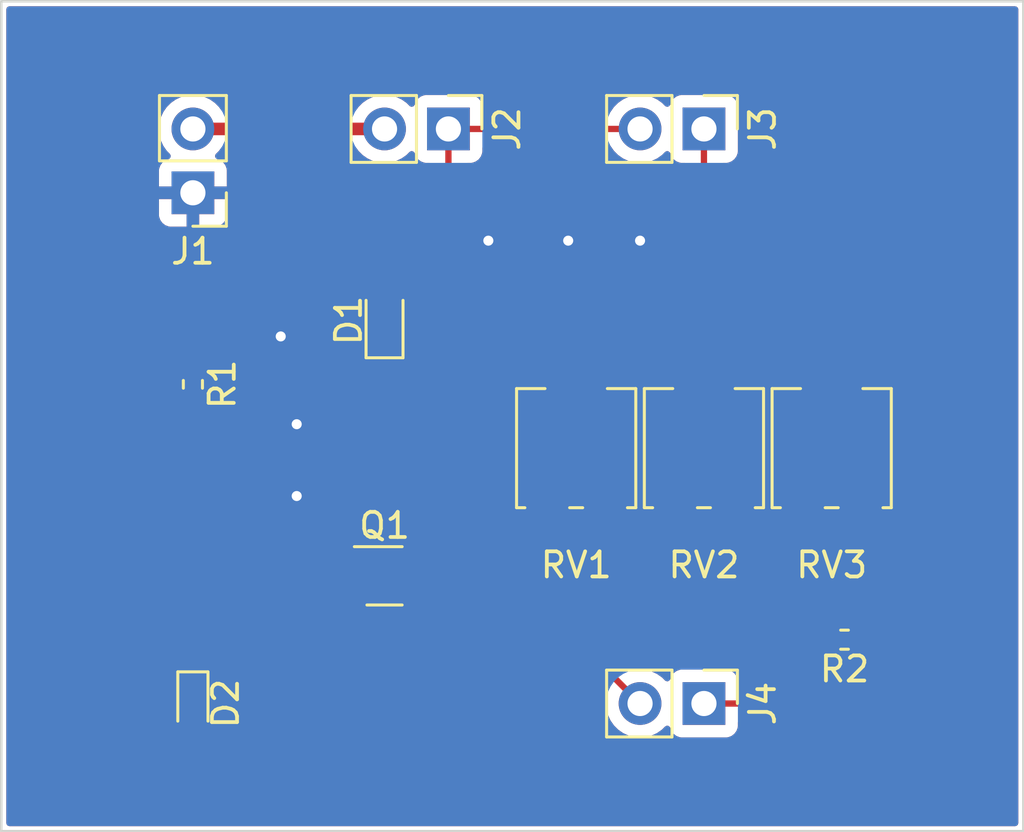
<source format=kicad_pcb>
(kicad_pcb (version 20221018) (generator pcbnew)
  (layers (0 "F.Cu" signal) (31 "B.Cu" signal) (34 "B.Paste" user) (35 "F.Paste" user) (36 "B.SilkS" user "B.Silkscreen") (37 "F.SilkS" user "F.Silkscreen") (38 "B.Mask" user) (39 "F.Mask" user) (44 "Edge.Cuts" user))
  (net 0 "")
  (net 1 "Net-(D1-K)")
  (net 2 "Net-(D1-A)")
  (net 3 "Net-(D2-K)")
  (net 4 "GND")
  (net 5 "VBUS")
  (net 6 "Net-(J2-Pin_1)")
  (net 7 "Net-(J4-Pin_1)")
  (net 8 "Net-(J4-Pin_2)")
  (net 9 "Net-(RV1-Pad2)")
  (net 11 "Net-(RV2-Pad2)")
  (footprint "Potentiometer_SMD:Potentiometer_Bourns_3314G_Vertical" (layer "F.Cu") (at 53.34 43.18 180)
    (fp_text reference "RV2" (at 0 -4.65) (layer "F.SilkS"))
    (fp_text value "2K")
    (fp_line (start -2.37 -2.37) (end -2.37 2.37) (stroke (width 0.12)) (layer "F.SilkS"))
    (fp_line (start -2.37 -2.37) (end -2.039 -2.37) (stroke (width 0.12)) (layer "F.SilkS"))
    (fp_line (start -2.37 2.37) (end -1.24 2.37) (stroke (width 0.12)) (layer "F.SilkS"))
    (fp_line (start -0.259 -2.37) (end 0.26 -2.37) (stroke (width 0.12)) (layer "F.SilkS"))
    (fp_line (start 1.24 2.37) (end 2.37 2.37) (stroke (width 0.12)) (layer "F.SilkS"))
    (fp_line (start 2.04 -2.37) (end 2.37 -2.37) (stroke (width 0.12)) (layer "F.SilkS"))
    (fp_line (start 2.37 -2.37) (end 2.37 2.37) (stroke (width 0.12)) (layer "F.SilkS"))
    (pad "1" smd rect (at 1.15 -2.75 180) (size 1.3 1.3) (layers "F.Cu" "F.Paste" "F.Mask") (net 9 "Net-(RV1-Pad2)"))
    (pad "2" smd rect (at 0 2.75 180) (size 2 1.3) (layers "F.Cu" "F.Paste" "F.Mask") (net 11 "Net-(RV2-Pad2)"))
    (pad "3" smd rect (at -1.15 -2.75 180) (size 1.3 1.3) (layers "F.Cu" "F.Paste" "F.Mask"))
  )
  (footprint "Resistor_SMD:R_0402_1005Metric" (layer "F.Cu") (at 58.93 50.8 180)
    (fp_text reference "R2" (at 0 -1.17) (layer "F.SilkS"))
    (fp_text value "100R")
    (fp_line (start -0.153641 -0.38) (end 0.153641 -0.38) (stroke (width 0.12)) (layer "F.SilkS"))
    (fp_line (start -0.153641 0.38) (end 0.153641 0.38) (stroke (width 0.12)) (layer "F.SilkS"))
    (pad "1" smd roundrect (at -0.51 0 180) (size 0.54 0.64) (layers "F.Cu" "F.Paste" "F.Mask") (net 7 "Net-(J4-Pin_1)"))
    (pad "2" smd roundrect (at 0.51 0 180) (size 0.54 0.64) (layers "F.Cu" "F.Paste" "F.Mask") (net 4 "GND"))
  )
  (footprint "Resistor_SMD:R_0402_1005Metric" (layer "F.Cu") (at 33.02 40.64 -90)
    (fp_text reference "R1" (at 0 -1.17 90) (layer "F.SilkS"))
    (fp_text value "1K")
    (fp_line (start -0.153641 -0.38) (end 0.153641 -0.38) (stroke (width 0.12)) (layer "F.SilkS"))
    (fp_line (start -0.153641 0.38) (end 0.153641 0.38) (stroke (width 0.12)) (layer "F.SilkS"))
    (pad "1" smd roundrect (at -0.51 0 270) (size 0.54 0.64) (layers "F.Cu" "F.Paste" "F.Mask") (net 6 "Net-(J2-Pin_1)"))
    (pad "2" smd roundrect (at 0.51 0 270) (size 0.54 0.64) (layers "F.Cu" "F.Paste" "F.Mask") (net 3 "Net-(D2-K)"))
  )
  (footprint "LED_SMD:LED_0603_1608Metric" (layer "F.Cu") (at 40.64 38.1 90)
    (fp_text reference "D1" (at 0 -1.43 90) (layer "F.SilkS"))
    (fp_text value "19-213/Y2C-CQ2R2L/3T(CY)")
    (fp_line (start -1.485 -0.735) (end -1.485 0.735) (stroke (width 0.12)) (layer "F.SilkS"))
    (fp_line (start -1.485 0.735) (end 0.8 0.735) (stroke (width 0.12)) (layer "F.SilkS"))
    (fp_line (start 0.8 -0.735) (end -1.485 -0.735) (stroke (width 0.12)) (layer "F.SilkS"))
    (pad "1" smd roundrect (at -0.7875 0 90) (size 0.875 0.95) (layers "F.Cu" "F.Paste" "F.Mask") (net 1 "Net-(D1-K)"))
    (pad "2" smd roundrect (at 0.7875 0 90) (size 0.875 0.95) (layers "F.Cu" "F.Paste" "F.Mask") (net 2 "Net-(D1-A)"))
  )
  (footprint "Potentiometer_SMD:Potentiometer_Bourns_3314G_Vertical" (layer "F.Cu") (at 48.26 43.18 180)
    (fp_text reference "RV1" (at 0 -4.65) (layer "F.SilkS"))
    (fp_text value "20K")
    (fp_line (start -2.37 -2.37) (end -2.37 2.37) (stroke (width 0.12)) (layer "F.SilkS"))
    (fp_line (start -2.37 -2.37) (end -2.039 -2.37) (stroke (width 0.12)) (layer "F.SilkS"))
    (fp_line (start -2.37 2.37) (end -1.24 2.37) (stroke (width 0.12)) (layer "F.SilkS"))
    (fp_line (start -0.259 -2.37) (end 0.26 -2.37) (stroke (width 0.12)) (layer "F.SilkS"))
    (fp_line (start 1.24 2.37) (end 2.37 2.37) (stroke (width 0.12)) (layer "F.SilkS"))
    (fp_line (start 2.04 -2.37) (end 2.37 -2.37) (stroke (width 0.12)) (layer "F.SilkS"))
    (fp_line (start 2.37 -2.37) (end 2.37 2.37) (stroke (width 0.12)) (layer "F.SilkS"))
    (pad "1" smd rect (at 1.15 -2.75 180) (size 1.3 1.3) (layers "F.Cu" "F.Paste" "F.Mask") (net 8 "Net-(J4-Pin_2)"))
    (pad "2" smd rect (at 0 2.75 180) (size 2 1.3) (layers "F.Cu" "F.Paste" "F.Mask") (net 9 "Net-(RV1-Pad2)"))
    (pad "3" smd rect (at -1.15 -2.75 180) (size 1.3 1.3) (layers "F.Cu" "F.Paste" "F.Mask"))
  )
  (footprint "Diode_SMD:D_SOD-523" (layer "F.Cu") (at 33.02 53.34 -90)
    (fp_text reference "D2" (at 0 -1.3 90) (layer "F.SilkS"))
    (fp_text value "CMOZ1L8")
    (fp_line (start -1.26 -0.6) (end -1.26 0.6) (stroke (width 0.12)) (layer "F.SilkS"))
    (fp_line (start 0.7 -0.6) (end -1.26 -0.6) (stroke (width 0.12)) (layer "F.SilkS"))
    (fp_line (start 0.7 0.6) (end -1.26 0.6) (stroke (width 0.12)) (layer "F.SilkS"))
    (pad "1" smd roundrect (at -0.7 0 90) (size 0.6 0.7) (layers "F.Cu" "F.Paste" "F.Mask") (net 3 "Net-(D2-K)"))
    (pad "2" smd roundrect (at 0.7 0 90) (size 0.6 0.7) (layers "F.Cu" "F.Paste" "F.Mask") (net 4 "GND"))
  )
  (footprint "Connector_PinHeader_2.54mm:PinHeader_1x02_P2.54mm_Vertical" (layer "F.Cu") (at 53.34 30.48 -90)
    (fp_text reference "J3" (at 0 -2.33 90) (layer "F.SilkS"))
    (fp_text value "~")
    (fp_line (start -1.33 -1.33) (end 0 -1.33) (stroke (width 0.12)) (layer "F.SilkS"))
    (fp_line (start -1.33 0) (end -1.33 -1.33) (stroke (width 0.12)) (layer "F.SilkS"))
    (fp_line (start -1.33 1.27) (end -1.33 3.87) (stroke (width 0.12)) (layer "F.SilkS"))
    (fp_line (start -1.33 1.27) (end 1.33 1.27) (stroke (width 0.12)) (layer "F.SilkS"))
    (fp_line (start -1.33 3.87) (end 1.33 3.87) (stroke (width 0.12)) (layer "F.SilkS"))
    (fp_line (start 1.33 1.27) (end 1.33 3.87) (stroke (width 0.12)) (layer "F.SilkS"))
    (pad "1" thru_hole rect (at 0 0 270) (size 1.7 1.7) (drill 1) (layers "*.Cu" "*.Mask") (net 2 "Net-(D1-A)"))
    (pad "2" thru_hole oval (at 0 2.54 270) (size 1.7 1.7) (drill 1) (layers "*.Cu" "*.Mask") (net 6 "Net-(J2-Pin_1)"))
  )
  (footprint "Potentiometer_SMD:Potentiometer_Bourns_3314G_Vertical" (layer "F.Cu") (at 58.42 43.18 180)
    (fp_text reference "RV3" (at 0 -4.65) (layer "F.SilkS"))
    (fp_text value "200R")
    (fp_line (start -2.37 -2.37) (end -2.37 2.37) (stroke (width 0.12)) (layer "F.SilkS"))
    (fp_line (start -2.37 -2.37) (end -2.039 -2.37) (stroke (width 0.12)) (layer "F.SilkS"))
    (fp_line (start -2.37 2.37) (end -1.24 2.37) (stroke (width 0.12)) (layer "F.SilkS"))
    (fp_line (start -0.259 -2.37) (end 0.26 -2.37) (stroke (width 0.12)) (layer "F.SilkS"))
    (fp_line (start 1.24 2.37) (end 2.37 2.37) (stroke (width 0.12)) (layer "F.SilkS"))
    (fp_line (start 2.04 -2.37) (end 2.37 -2.37) (stroke (width 0.12)) (layer "F.SilkS"))
    (fp_line (start 2.37 -2.37) (end 2.37 2.37) (stroke (width 0.12)) (layer "F.SilkS"))
    (pad "1" smd rect (at 1.15 -2.75 180) (size 1.3 1.3) (layers "F.Cu" "F.Paste" "F.Mask") (net 11 "Net-(RV2-Pad2)"))
    (pad "2" smd rect (at 0 2.75 180) (size 2 1.3) (layers "F.Cu" "F.Paste" "F.Mask") (net 7 "Net-(J4-Pin_1)"))
    (pad "3" smd rect (at -1.15 -2.75 180) (size 1.3 1.3) (layers "F.Cu" "F.Paste" "F.Mask"))
  )
  (footprint "Connector_PinHeader_2.54mm:PinHeader_1x02_P2.54mm_Vertical" (layer "F.Cu") (at 33.02 33.02 180)
    (fp_text reference "J1" (at 0 -2.33) (layer "F.SilkS"))
    (fp_text value "~")
    (fp_line (start -1.33 -1.33) (end 0 -1.33) (stroke (width 0.12)) (layer "F.SilkS"))
    (fp_line (start -1.33 0) (end -1.33 -1.33) (stroke (width 0.12)) (layer "F.SilkS"))
    (fp_line (start -1.33 1.27) (end -1.33 3.87) (stroke (width 0.12)) (layer "F.SilkS"))
    (fp_line (start -1.33 1.27) (end 1.33 1.27) (stroke (width 0.12)) (layer "F.SilkS"))
    (fp_line (start -1.33 3.87) (end 1.33 3.87) (stroke (width 0.12)) (layer "F.SilkS"))
    (fp_line (start 1.33 1.27) (end 1.33 3.87) (stroke (width 0.12)) (layer "F.SilkS"))
    (pad "1" thru_hole rect (at 0 0 180) (size 1.7 1.7) (drill 1) (layers "*.Cu" "*.Mask") (net 4 "GND"))
    (pad "2" thru_hole oval (at 0 2.54 180) (size 1.7 1.7) (drill 1) (layers "*.Cu" "*.Mask") (net 5 "VBUS"))
  )
  (footprint "Package_TO_SOT_SMD:SOT-363_SC-70-6" (layer "F.Cu") (at 40.64 48.26)
    (fp_text reference "Q1" (at 0 -2) (layer "F.SilkS"))
    (fp_text value "MMDT2222A")
    (fp_line (start -0.7 1.16) (end 0.7 1.16) (stroke (width 0.12)) (layer "F.SilkS"))
    (fp_line (start 0.7 -1.16) (end -1.2 -1.16) (stroke (width 0.12)) (layer "F.SilkS"))
    (pad "1" smd rect (at -0.95 -0.65) (size 0.65 0.4) (layers "F.Cu" "F.Paste" "F.Mask") (net 8 "Net-(J4-Pin_2)"))
    (pad "2" smd rect (at -0.95 0) (size 0.65 0.4) (layers "F.Cu" "F.Paste" "F.Mask") (net 3 "Net-(D2-K)"))
    (pad "3" smd rect (at -0.95 0.65) (size 0.65 0.4) (layers "F.Cu" "F.Paste" "F.Mask"))
    (pad "4" smd rect (at 0.95 0.65) (size 0.65 0.4) (layers "F.Cu" "F.Paste" "F.Mask"))
    (pad "5" smd rect (at 0.95 0) (size 0.65 0.4) (layers "F.Cu" "F.Paste" "F.Mask"))
    (pad "6" smd rect (at 0.95 -0.65) (size 0.65 0.4) (layers "F.Cu" "F.Paste" "F.Mask") (net 1 "Net-(D1-K)"))
  )
  (footprint "Connector_PinHeader_2.54mm:PinHeader_1x02_P2.54mm_Vertical" (layer "F.Cu") (at 43.18 30.48 -90)
    (fp_text reference "J2" (at 0 -2.33 90) (layer "F.SilkS"))
    (fp_text value "~")
    (fp_line (start -1.33 -1.33) (end 0 -1.33) (stroke (width 0.12)) (layer "F.SilkS"))
    (fp_line (start -1.33 0) (end -1.33 -1.33) (stroke (width 0.12)) (layer "F.SilkS"))
    (fp_line (start -1.33 1.27) (end -1.33 3.87) (stroke (width 0.12)) (layer "F.SilkS"))
    (fp_line (start -1.33 1.27) (end 1.33 1.27) (stroke (width 0.12)) (layer "F.SilkS"))
    (fp_line (start -1.33 3.87) (end 1.33 3.87) (stroke (width 0.12)) (layer "F.SilkS"))
    (fp_line (start 1.33 1.27) (end 1.33 3.87) (stroke (width 0.12)) (layer "F.SilkS"))
    (pad "1" thru_hole rect (at 0 0 270) (size 1.7 1.7) (drill 1) (layers "*.Cu" "*.Mask") (net 6 "Net-(J2-Pin_1)"))
    (pad "2" thru_hole oval (at 0 2.54 270) (size 1.7 1.7) (drill 1) (layers "*.Cu" "*.Mask") (net 5 "VBUS"))
  )
  (footprint "Connector_PinHeader_2.54mm:PinHeader_1x02_P2.54mm_Vertical" (layer "F.Cu") (at 53.34 53.34 -90)
    (fp_text reference "J4" (at 0 -2.33 90) (layer "F.SilkS"))
    (fp_text value "~")
    (fp_line (start -1.33 -1.33) (end 0 -1.33) (stroke (width 0.12)) (layer "F.SilkS"))
    (fp_line (start -1.33 0) (end -1.33 -1.33) (stroke (width 0.12)) (layer "F.SilkS"))
    (fp_line (start -1.33 1.27) (end -1.33 3.87) (stroke (width 0.12)) (layer "F.SilkS"))
    (fp_line (start -1.33 1.27) (end 1.33 1.27) (stroke (width 0.12)) (layer "F.SilkS"))
    (fp_line (start -1.33 3.87) (end 1.33 3.87) (stroke (width 0.12)) (layer "F.SilkS"))
    (fp_line (start 1.33 1.27) (end 1.33 3.87) (stroke (width 0.12)) (layer "F.SilkS"))
    (pad "1" thru_hole rect (at 0 0 270) (size 1.7 1.7) (drill 1) (layers "*.Cu" "*.Mask") (net 7 "Net-(J4-Pin_1)"))
    (pad "2" thru_hole oval (at 0 2.54 270) (size 1.7 1.7) (drill 1) (layers "*.Cu" "*.Mask") (net 8 "Net-(J4-Pin_2)"))
  )
  (gr_rect (start 25.4 25.4) (end 66.04 58.42) (stroke (width 0.1)) (fill none) (layer "Edge.Cuts"))
  (segment (start 41.59 39.8375) (end 41.59 47.61) (width 0.25) (layer "F.Cu") (net 1))
  (segment (start 40.64 38.8875) (end 41.59 39.8375) (width 0.25) (layer "F.Cu") (net 1))
  (segment (start 51.27 37.3125) (end 53.34 35.2425) (width 0.25) (layer "F.Cu") (net 2))
  (segment (start 40.64 37.3125) (end 51.27 37.3125) (width 0.25) (layer "F.Cu") (net 2))
  (segment (start 53.34 35.2425) (end 53.34 30.48) (width 0.25) (layer "F.Cu") (net 2))
  (segment (start 33.02 41.15) (end 33.02 46.0375) (width 0.25) (layer "F.Cu") (net 3))
  (segment (start 33.02 46.0375) (end 35.2425 48.26) (width 0.25) (layer "F.Cu") (net 3))
  (segment (start 33.02 50.4825) (end 35.2425 48.26) (width 0.25) (layer "F.Cu") (net 3))
  (segment (start 33.02 52.64) (end 33.02 50.4825) (width 0.25) (layer "F.Cu") (net 3))
  (segment (start 35.2425 48.26) (end 39.69 48.26) (width 0.25) (layer "F.Cu") (net 3))
  (via (at 37.1475 45.085) (size 0.8) (drill 0.4) (layers "F.Cu" "B.Cu") (net 4))
  (via (at 47.9425 34.925) (size 0.8) (drill 0.4) (layers "F.Cu" "B.Cu") (net 4))
  (via (at 50.8 34.925) (size 0.8) (drill 0.4) (layers "F.Cu" "B.Cu") (net 4))
  (via (at 44.7675 34.925) (size 0.8) (drill 0.4) (layers "F.Cu" "B.Cu") (net 4))
  (via (at 36.5125 38.735) (size 0.8) (drill 0.4) (layers "F.Cu" "B.Cu") (net 4))
  (via (at 37.1475 42.2275) (size 0.8) (drill 0.4) (layers "F.Cu" "B.Cu") (net 4))
  (segment (start 33.02 30.48) (end 40.64 30.48) (width 0.5) (layer "F.Cu") (net 5))
  (segment (start 43.18 33.02) (end 43.18 30.48) (width 0.25) (layer "F.Cu") (net 6))
  (segment (start 33.02 37.465) (end 36.195 34.29) (width 0.25) (layer "F.Cu") (net 6))
  (segment (start 33.02 40.13) (end 33.02 37.465) (width 0.25) (layer "F.Cu") (net 6))
  (segment (start 36.195 34.29) (end 41.91 34.29) (width 0.25) (layer "F.Cu") (net 6))
  (segment (start 41.91 34.29) (end 43.18 33.02) (width 0.25) (layer "F.Cu") (net 6))
  (segment (start 43.18 30.48) (end 50.8 30.48) (width 0.25) (layer "F.Cu") (net 6))
  (segment (start 61.9125 43.9225) (end 61.9125 48.3275) (width 0.25) (layer "F.Cu") (net 7))
  (segment (start 61.9125 48.3275) (end 59.44 50.8) (width 0.25) (layer "F.Cu") (net 7))
  (segment (start 59.44 50.8) (end 56.9 53.34) (width 0.25) (layer "F.Cu") (net 7))
  (segment (start 56.9 53.34) (end 53.34 53.34) (width 0.25) (layer "F.Cu") (net 7))
  (segment (start 58.42 40.43) (end 61.9125 43.9225) (width 0.25) (layer "F.Cu") (net 7))
  (segment (start 50.8 53.34) (end 47.11 49.65) (width 0.25) (layer "F.Cu") (net 8))
  (segment (start 47.11 49.65) (end 47.11 45.93) (width 0.25) (layer "F.Cu") (net 8))
  (segment (start 43.815 50.8) (end 43.815 46.6725) (width 0.25) (layer "F.Cu") (net 8))
  (segment (start 40.64 47.985) (end 40.64 50.8) (width 0.25) (layer "F.Cu") (net 8))
  (segment (start 43.815 46.6725) (end 44.5575 45.93) (width 0.25) (layer "F.Cu") (net 8))
  (segment (start 41.275 51.435) (end 43.18 51.435) (width 0.25) (layer "F.Cu") (net 8))
  (segment (start 43.18 51.435) (end 43.815 50.8) (width 0.25) (layer "F.Cu") (net 8))
  (segment (start 40.64 50.8) (end 41.275 51.435) (width 0.25) (layer "F.Cu") (net 8))
  (segment (start 39.69 47.61) (end 40.265 47.61) (width 0.25) (layer "F.Cu") (net 8))
  (segment (start 44.5575 45.93) (end 47.11 45.93) (width 0.25) (layer "F.Cu") (net 8))
  (segment (start 40.265 47.61) (end 40.64 47.985) (width 0.25) (layer "F.Cu") (net 8))
  (segment (start 48.26 41.91) (end 49.53 43.18) (width 0.25) (layer "F.Cu") (net 9))
  (segment (start 49.53 43.18) (end 51.435 43.18) (width 0.25) (layer "F.Cu") (net 9))
  (segment (start 51.435 43.18) (end 52.19 43.935) (width 0.25) (layer "F.Cu") (net 9))
  (segment (start 52.19 43.935) (end 52.19 45.93) (width 0.25) (layer "F.Cu") (net 9))
  (segment (start 48.26 40.43) (end 48.26 41.91) (width 0.25) (layer "F.Cu") (net 9))
  (segment (start 53.34 40.43) (end 53.34 41.91) (width 0.25) (layer "F.Cu") (net 11))
  (segment (start 53.34 41.91) (end 54.61 43.18) (width 0.25) (layer "F.Cu") (net 11))
  (segment (start 57.27 43.935) (end 57.27 45.93) (width 0.25) (layer "F.Cu") (net 11))
  (segment (start 54.61 43.18) (end 56.515 43.18) (width 0.25) (layer "F.Cu") (net 11))
  (segment (start 56.515 43.18) (end 57.27 43.935) (width 0.25) (layer "F.Cu") (net 11))
  (zone (net 4) (net_name "GND") (layer "F.Cu") (connect_pads (clearance 0.5)) (min_thickness 0.25) (fill yes (thermal_gap 0.5) (thermal_bridge_width 0.5))
    (polygon (pts (xy 25.4 25.4) (xy 66.04 25.4) (xy 66.04 58.42) (xy 25.4 58.42)))
  )
  (zone (net 4) (net_name "GND") (layer "B.Cu") (connect_pads (clearance 0.5)) (min_thickness 0.25) (fill yes (thermal_gap 0.5) (thermal_bridge_width 0.5))
    (polygon (pts (xy 25.4 25.4) (xy 66.04 25.4) (xy 66.04 58.42) (xy 25.4 58.42)))
  )
)
</source>
